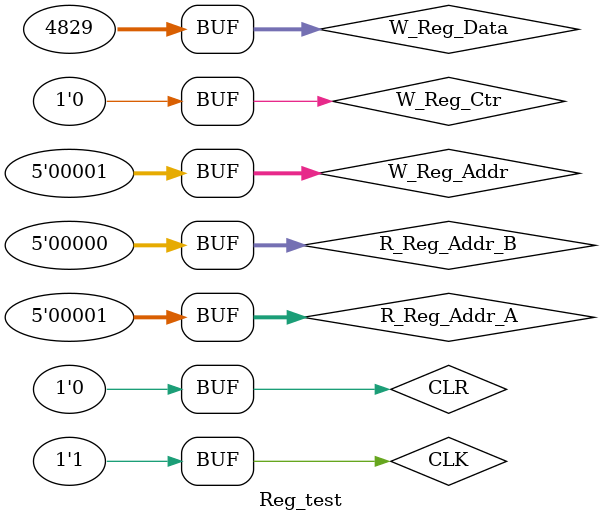
<source format=v>
`timescale 1ns / 1ps


module Reg_test();
    reg CLK;
    reg CLR;
    reg W_Reg_Ctr;
    reg [4:0]R_Reg_Addr_A;
    reg [4:0]R_Reg_Addr_B;
    reg [4:0]W_Reg_Addr;
    reg [31:0]W_Reg_Data;
    wire [31:1]R_Reg_Data_A;
    wire [31:0]R_Reg_Data_B;
    initial begin
        CLK=0;
        CLR=0;
        #50;
        CLR=1;
        #50;
        CLR=0;
        #50;
        CLK=1;
        #50;
        CLK=0;
        W_Reg_Ctr=1'b1;
        R_Reg_Addr_A=5'b00000;
        
        R_Reg_Addr_B=5'b00001;
        W_Reg_Addr=5'b00000;
        
        W_Reg_Data=32'h0000_1234;
        #50;
        CLK=1;
        #50;
        CLK=0;
        W_Reg_Ctr=1'b0;
        R_Reg_Addr_A=5'b00001;
        
        R_Reg_Addr_B=5'b00000;
        W_Reg_Addr=5'b00001;
        
        W_Reg_Data=32'h0000_12dd;
        #50;
        CLK=1;
        #50;
        CLK=0;
        CLR=1;
        #50;
        CLK=1;
        CLR=0;
        #50;
        CLK=0;
        #50;
        CLK=1;
        #50;
        CLK=0;
        #50;
        CLK=1;
        
        
        
    
    end
    

    RegFile regtest(
        .CLK(CLK),
        .CLR(CLR),
        .W_Reg_Ctr(W_Reg_Ctr),
        .R_Reg_Addr_A(R_Reg_Addr_A),
        .R_Reg_Addr_B(R_Reg_Addr_B),
        .W_Reg_Addr(W_Reg_Addr),
        .W_Reg_Data(W_Reg_Data),
        .R_Reg_Data_A(R_Reg_Data_A),
        .R_Reg_Data_B(R_Reg_Data_B)
    );

    
    
endmodule

</source>
